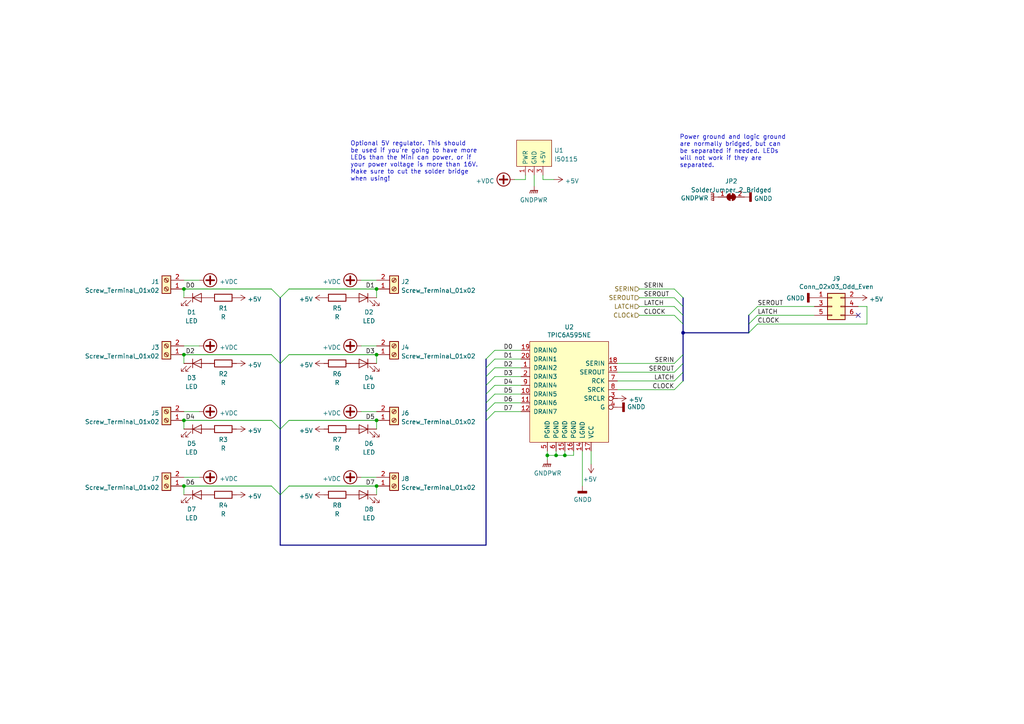
<source format=kicad_sch>
(kicad_sch (version 20211123) (generator eeschema)
  (paper "A4")
  (title_block (title "Power Shift Register - Shift Module") (date "2022-03-15") (rev "0") (company "Science Museum of Minnesota") (comment 1 "Author: Kate Swanson"))
  (lib_symbols
    (symbol "+5V_2" (power) (pin_names (offset 0))
      (property "Value" "+5V_2" (at 0 3.556 0))
      (symbol "+5V_2_0_1"
        (polyline (pts (xy -0.762 1.27) (xy 0 2.54)))
        (polyline (pts (xy 0 0) (xy 0 2.54)))
        (polyline (pts (xy 0 2.54) (xy 0.762 1.27)))
      )
      (symbol "+5V_2_1_1"
        (pin power_in line (at 0 0 90) (length 0) hide (name "+5V") (number "1"))
      )
    )
    (symbol "+5V_3" (power) (pin_names (offset 0))
      (property "Value" "+5V_3" (at 0 3.556 0))
      (symbol "+5V_3_0_1"
        (polyline (pts (xy -0.762 1.27) (xy 0 2.54)))
        (polyline (pts (xy 0 0) (xy 0 2.54)))
        (polyline (pts (xy 0 2.54) (xy 0.762 1.27)))
      )
      (symbol "+5V_3_1_1"
        (pin power_in line (at 0 0 90) (length 0) hide (name "+5V") (number "1"))
      )
    )
    (symbol "+5V_4" (power) (pin_names (offset 0))
      (property "Value" "+5V_4" (at 0 3.556 0))
      (symbol "+5V_4_0_1"
        (polyline (pts (xy -0.762 1.27) (xy 0 2.54)))
        (polyline (pts (xy 0 0) (xy 0 2.54)))
        (polyline (pts (xy 0 2.54) (xy 0.762 1.27)))
      )
      (symbol "+5V_4_1_1"
        (pin power_in line (at 0 0 90) (length 0) hide (name "+5V") (number "1"))
      )
    )
    (symbol "Connector:Screw_Terminal_01x02" (pin_names (offset 1.016) hide)
      (property "Reference" "J" (at 0 2.54 0))
      (property "Value" "Screw_Terminal_01x02" (at 0 -5.08 0))
      (symbol "Screw_Terminal_01x02_1_1"
        (rectangle (start -1.27 1.27) (end 1.27 -3.81) (stroke (width 0.254)) (fill (type background)))
        (circle (center 0 -2.54) (radius 0.635) (stroke (width 0.1524)))
        (polyline (pts (xy -0.5334 -2.2098) (xy 0.3302 -3.048)) (stroke (width 0.1524)))
        (polyline (pts (xy -0.5334 0.3302) (xy 0.3302 -0.508)) (stroke (width 0.1524)))
        (polyline (pts (xy -0.3556 -2.032) (xy 0.508 -2.8702)) (stroke (width 0.1524)))
        (polyline (pts (xy -0.3556 0.508) (xy 0.508 -0.3302)) (stroke (width 0.1524)))
        (circle (center 0 0) (radius 0.635) (stroke (width 0.1524)))
        (pin passive line (at -5.08 0 0) (length 3.81) (name "Pin_1") (number "1"))
        (pin passive line (at -5.08 -2.54 0) (length 3.81) (name "Pin_2") (number "2"))
      )
    )
    (symbol "Connector_Generic:Conn_02x03_Odd_Even" (pin_names (offset 1.016) hide)
      (property "Reference" "J" (at 1.27 5.08 0))
      (property "Value" "Connector_Generic_Conn_02x03_Odd_Even" (at 1.27 -5.08 0))
      (symbol "Conn_02x03_Odd_Even_1_1"
        (rectangle (start -1.27 -2.413) (end 0 -2.667) (stroke (width 0.1524)))
        (rectangle (start -1.27 0.127) (end 0 -0.127) (stroke (width 0.1524)))
        (rectangle (start -1.27 2.667) (end 0 2.413) (stroke (width 0.1524)))
        (rectangle (start -1.27 3.81) (end 3.81 -3.81) (stroke (width 0.254)) (fill (type background)))
        (rectangle (start 3.81 -2.413) (end 2.54 -2.667) (stroke (width 0.1524)))
        (rectangle (start 3.81 0.127) (end 2.54 -0.127) (stroke (width 0.1524)))
        (rectangle (start 3.81 2.667) (end 2.54 2.413) (stroke (width 0.1524)))
        (pin passive line (at -5.08 2.54 0) (length 3.81) (name "Pin_1") (number "1"))
        (pin passive line (at 7.62 2.54 180) (length 3.81) (name "Pin_2") (number "2"))
        (pin passive line (at -5.08 0 0) (length 3.81) (name "Pin_3") (number "3"))
        (pin passive line (at 7.62 0 180) (length 3.81) (name "Pin_4") (number "4"))
        (pin passive line (at -5.08 -2.54 0) (length 3.81) (name "Pin_5") (number "5"))
        (pin passive line (at 7.62 -2.54 180) (length 3.81) (name "Pin_6") (number "6"))
      )
    )
    (symbol "Device:LED" (pin_numbers hide) (pin_names (offset 1.016) hide)
      (property "Reference" "D" (at 0 2.54 0))
      (property "Value" "LED" (at 0 -2.54 0))
      (symbol "LED_0_1"
        (polyline (pts (xy -1.27 -1.27) (xy -1.27 1.27)) (stroke (width 0.2032)))
        (polyline (pts (xy -1.27 0) (xy 1.27 0)))
        (polyline (pts (xy 1.27 -1.27) (xy 1.27 1.27) (xy -1.27 0) (xy 1.27 -1.27)) (stroke (width 0.2032)))
        (polyline (pts (xy -3.048 -0.762) (xy -4.572 -2.286) (xy -3.81 -2.286) (xy -4.572 -2.286) (xy -4.572 -1.524)))
        (polyline (pts (xy -1.778 -0.762) (xy -3.302 -2.286) (xy -2.54 -2.286) (xy -3.302 -2.286) (xy -3.302 -1.524)))
      )
      (symbol "LED_1_1"
        (pin passive line (at -3.81 0 0) (length 2.54) (name "K") (number "1"))
        (pin passive line (at 3.81 0 180) (length 2.54) (name "A") (number "2"))
      )
    )
    (symbol "Device:R" (pin_numbers hide) (pin_names (offset 0))
      (property "Reference" "R" (at 2.032 0 90))
      (property "Value" "R" (at 0 0 90))
      (symbol "R_0_1"
        (rectangle (start -1.016 -2.54) (end 1.016 2.54) (stroke (width 0.254)))
      )
      (symbol "R_1_1"
        (pin passive line (at 0 3.81 270) (length 1.27) (name "~") (number "1"))
        (pin passive line (at 0 -3.81 90) (length 1.27) (name "~") (number "2"))
      )
    )
    (symbol "GNDD_1" (power) (pin_names (offset 0))
      (property "Value" "GNDD_1" (at 0 -3.175 0))
      (symbol "GNDD_1_0_1"
        (rectangle (start -1.27 -1.524) (end 1.27 -2.032) (stroke (width 0.254)) (fill (type outline)))
        (polyline (pts (xy 0 0) (xy 0 -1.524)))
      )
      (symbol "GNDD_1_1_1"
        (pin power_in line (at 0 0 270) (length 0) hide (name "GNDD") (number "1"))
      )
    )
    (symbol "GNDPWR_1" (power) (pin_names (offset 0))
      (property "Value" "GNDPWR_1" (at 0 -3.302 0))
      (symbol "GNDPWR_1_0_1"
        (polyline (pts (xy 0 -1.27) (xy 0 0)))
        (polyline (pts (xy -1.016 -1.27) (xy -1.27 -2.032) (xy -1.27 -2.032)) (stroke (width 0.2032)))
        (polyline (pts (xy -0.508 -1.27) (xy -0.762 -2.032) (xy -0.762 -2.032)) (stroke (width 0.2032)))
        (polyline (pts (xy 0 -1.27) (xy -0.254 -2.032) (xy -0.254 -2.032)) (stroke (width 0.2032)))
        (polyline (pts (xy 0.508 -1.27) (xy 0.254 -2.032) (xy 0.254 -2.032)) (stroke (width 0.2032)))
        (polyline (pts (xy 1.016 -1.27) (xy -1.016 -1.27) (xy -1.016 -1.27)) (stroke (width 0.2032)))
        (polyline (pts (xy 1.016 -1.27) (xy 0.762 -2.032) (xy 0.762 -2.032) (xy 0.762 -2.032)) (stroke (width 0.2032)))
      )
      (symbol "GNDPWR_1_1_1"
        (pin power_in line (at 0 0 270) (length 0) hide (name "GNDPWR") (number "1"))
      )
    )
    (symbol "GNDPWR_2" (power) (pin_names (offset 0))
      (property "Value" "GNDPWR_2" (at 0 -3.302 0))
      (symbol "GNDPWR_2_0_1"
        (polyline (pts (xy 0 -1.27) (xy 0 0)))
        (polyline (pts (xy -1.016 -1.27) (xy -1.27 -2.032) (xy -1.27 -2.032)) (stroke (width 0.2032)))
        (polyline (pts (xy -0.508 -1.27) (xy -0.762 -2.032) (xy -0.762 -2.032)) (stroke (width 0.2032)))
        (polyline (pts (xy 0 -1.27) (xy -0.254 -2.032) (xy -0.254 -2.032)) (stroke (width 0.2032)))
        (polyline (pts (xy 0.508 -1.27) (xy 0.254 -2.032) (xy 0.254 -2.032)) (stroke (width 0.2032)))
        (polyline (pts (xy 1.016 -1.27) (xy -1.016 -1.27) (xy -1.016 -1.27)) (stroke (width 0.2032)))
        (polyline (pts (xy 1.016 -1.27) (xy 0.762 -2.032) (xy 0.762 -2.032) (xy 0.762 -2.032)) (stroke (width 0.2032)))
      )
      (symbol "GNDPWR_2_1_1"
        (pin power_in line (at 0 0 270) (length 0) hide (name "GNDPWR") (number "1"))
      )
    )
    (symbol "Jumper:SolderJumper_2_Bridged" (pin_names (offset 0) hide)
      (property "Reference" "JP" (at 0 2.032 0))
      (property "Value" "SolderJumper_2_Bridged" (at 0 -2.54 0))
      (symbol "SolderJumper_2_Bridged_0_1"
        (rectangle (start -0.508 0.508) (end 0.508 -0.508) (fill (type outline)))
        (arc (start -0.254 1.016) (mid -1.27 0) (end -0.254 -1.016))
        (arc (start -0.254 1.016) (mid -1.27 0) (end -0.254 -1.016) (fill (type outline)))
        (polyline (pts (xy -0.254 1.016) (xy -0.254 -1.016)))
        (polyline (pts (xy 0.254 1.016) (xy 0.254 -1.016)))
        (arc (start 0.254 -1.016) (mid 1.27 0) (end 0.254 1.016))
        (arc (start 0.254 -1.016) (mid 1.27 0) (end 0.254 1.016) (fill (type outline)))
      )
      (symbol "SolderJumper_2_Bridged_1_1"
        (pin passive line (at -3.81 0 0) (length 2.54) (name "A") (number "1"))
        (pin passive line (at 3.81 0 180) (length 2.54) (name "B") (number "2"))
      )
    )
    (symbol "SMM:I50115"
      (property "Reference" "U" (at 0 0 0))
      (property "Value" "I50115" (at 0 -2.54 0))
      (symbol "I50115_0_1"
        (rectangle (start -5.08 -1.27) (end 5.08 -8.89) (stroke (width 0.1524)) (fill (type background)))
      )
      (symbol "I50115_1_1"
        (pin power_in line (at -2.54 -11.43 90) (length 2.54) (name "PWR") (number "1"))
        (pin unspecified line (at 0 -11.43 90) (length 2.54) (name "GND") (number "2"))
        (pin power_out line (at 2.54 -11.43 90) (length 2.54) (name "+5V") (number "3"))
      )
    )
    (symbol "power-shift-register:TPIC6A595NE" (pin_names (offset 1.016))
      (property "Reference" "U" (at 0 0 0))
      (property "Value" "TPIC6A595NE" (at 0 -12.7 90))
      (symbol "TPIC6A595NE_0_1"
        (rectangle (start -11.43 -1.27) (end 11.43 -30.48) (fill (type background)))
      )
      (symbol "TPIC6A595NE_1_1"
        (pin open_collector line (at -13.97 -8.89 0) (length 2.54) (name "DRAIN2") (number "1"))
        (pin open_collector line (at -13.97 -16.51 0) (length 2.54) (name "DRAIN5") (number "10"))
        (pin open_collector line (at -13.97 -19.05 0) (length 2.54) (name "DRAIN6") (number "11"))
        (pin open_collector line (at -13.97 -21.59 0) (length 2.54) (name "DRAIN7") (number "12"))
        (pin output line (at 13.97 -10.16 180) (length 2.54) (name "SEROUT") (number "13"))
        (pin power_in line (at 3.81 -33.02 90) (length 2.54) (name "LGND") (number "14"))
        (pin power_in line (at -1.27 -33.02 90) (length 2.54) (name "PGND") (number "15"))
        (pin power_in line (at 1.27 -33.02 90) (length 2.54) (name "PGND") (number "16"))
        (pin power_in line (at 6.35 -33.02 90) (length 2.54) (name "VCC") (number "17"))
        (pin input line (at 13.97 -7.62 180) (length 2.54) (name "SERIN") (number "18"))
        (pin open_collector line (at -13.97 -3.81 0) (length 2.54) (name "DRAIN0") (number "19"))
        (pin open_collector line (at -13.97 -11.43 0) (length 2.54) (name "DRAIN3") (number "2"))
        (pin open_collector line (at -13.97 -6.35 0) (length 2.54) (name "DRAIN1") (number "20"))
        (pin input inverted (at 13.97 -17.78 180) (length 2.54) (name "SRCLR") (number "3"))
        (pin input inverted (at 13.97 -20.32 180) (length 2.54) (name "G") (number "4"))
        (pin power_in line (at -6.35 -33.02 90) (length 2.54) (name "PGND") (number "5"))
        (pin power_in line (at -3.81 -33.02 90) (length 2.54) (name "PGND") (number "6"))
        (pin input line (at 13.97 -12.7 180) (length 2.54) (name "RCK") (number "7"))
        (pin input line (at 13.97 -15.24 180) (length 2.54) (name "SRCK") (number "8"))
        (pin open_collector line (at -13.97 -13.97 0) (length 2.54) (name "DRAIN4") (number "9"))
      )
    )
    (symbol "power:+5V" (power) (pin_names (offset 0))
      (property "Value" "power_+5V" (at 0 3.556 0))
      (symbol "+5V_0_1"
        (polyline (pts (xy -0.762 1.27) (xy 0 2.54)))
        (polyline (pts (xy 0 0) (xy 0 2.54)))
        (polyline (pts (xy 0 2.54) (xy 0.762 1.27)))
      )
      (symbol "+5V_1_1"
        (pin power_in line (at 0 0 90) (length 0) hide (name "+5V") (number "1"))
      )
    )
    (symbol "power:+VDC" (power) (pin_names (offset 0))
      (property "Value" "+VDC" (at 0 6.35 0))
      (symbol "+VDC_0_1"
        (polyline (pts (xy -1.143 3.175) (xy 1.143 3.175)) (stroke (width 0.508)))
        (polyline (pts (xy 0 0) (xy 0 1.27)))
        (polyline (pts (xy 0 2.032) (xy 0 4.318)) (stroke (width 0.508)))
        (circle (center 0 3.175) (radius 1.905) (stroke (width 0.254)))
      )
      (symbol "+VDC_1_1"
        (pin power_in line (at 0 0 90) (length 0) hide (name "+VDC") (number "1"))
      )
    )
    (symbol "power:GNDD" (power) (pin_names (offset 0))
      (property "Value" "power_GNDD" (at 0 -3.175 0))
      (symbol "GNDD_0_1"
        (rectangle (start -1.27 -1.524) (end 1.27 -2.032) (stroke (width 0.254)) (fill (type outline)))
        (polyline (pts (xy 0 0) (xy 0 -1.524)))
      )
      (symbol "GNDD_1_1"
        (pin power_in line (at 0 0 270) (length 0) hide (name "GNDD") (number "1"))
      )
    )
    (symbol "power:GNDPWR" (power) (pin_names (offset 0))
      (property "Value" "power_GNDPWR" (at 0 -3.302 0))
      (symbol "GNDPWR_0_1"
        (polyline (pts (xy 0 -1.27) (xy 0 0)))
        (polyline (pts (xy -1.016 -1.27) (xy -1.27 -2.032) (xy -1.27 -2.032)) (stroke (width 0.2032)))
        (polyline (pts (xy -0.508 -1.27) (xy -0.762 -2.032) (xy -0.762 -2.032)) (stroke (width 0.2032)))
        (polyline (pts (xy 0 -1.27) (xy -0.254 -2.032) (xy -0.254 -2.032)) (stroke (width 0.2032)))
        (polyline (pts (xy 0.508 -1.27) (xy 0.254 -2.032) (xy 0.254 -2.032)) (stroke (width 0.2032)))
        (polyline (pts (xy 1.016 -1.27) (xy -1.016 -1.27) (xy -1.016 -1.27)) (stroke (width 0.2032)))
        (polyline (pts (xy 1.016 -1.27) (xy 0.762 -2.032) (xy 0.762 -2.032) (xy 0.762 -2.032)) (stroke (width 0.2032)))
      )
      (symbol "GNDPWR_1_1"
        (pin power_in line (at 0 0 270) (length 0) hide (name "GNDPWR") (number "1"))
      )
    )
  )
  (junction (at 161.29 132.08))
  (junction (at 163.83 132.08))
  (junction (at 109.22 121.92))
  (junction (at 198.12 96.52))
  (junction (at 109.22 140.97))
  (junction (at 158.75 132.08))
  (junction (at 53.34 140.97))
  (junction (at 53.34 102.87))
  (junction (at 109.22 83.82))
  (junction (at 109.22 102.87))
  (junction (at 53.34 83.82))
  (junction (at 53.34 121.92))
  (no_connect (at 248.92 91.44))
  (bus_entry (at 83.82 140.97) (size -2.54 2.54))
  (bus_entry (at 83.82 83.82) (size -2.54 2.54))
  (bus_entry (at 143.51 114.3) (size -2.54 2.54))
  (bus_entry (at 78.74 121.92) (size 2.54 2.54))
  (bus_entry (at 195.58 83.82) (size 2.54 2.54))
  (bus_entry (at 195.58 113.03) (size 2.54 -2.54))
  (bus_entry (at 83.82 121.92) (size -2.54 2.54))
  (bus_entry (at 195.58 86.36) (size 2.54 2.54))
  (bus_entry (at 83.82 102.87) (size -2.54 2.54))
  (bus_entry (at 78.74 83.82) (size 2.54 2.54))
  (bus_entry (at 78.74 140.97) (size 2.54 2.54))
  (bus_entry (at 143.51 119.38) (size -2.54 2.54))
  (bus_entry (at 219.71 88.9) (size -2.54 2.54))
  (bus_entry (at 78.74 102.87) (size 2.54 2.54))
  (bus_entry (at 219.71 91.44) (size -2.54 2.54))
  (bus_entry (at 143.51 101.6) (size -2.54 2.54))
  (bus_entry (at 195.58 110.49) (size 2.54 -2.54))
  (bus_entry (at 195.58 91.44) (size 2.54 2.54))
  (bus_entry (at 219.71 93.98) (size -2.54 2.54))
  (bus_entry (at 195.58 88.9) (size 2.54 2.54))
  (bus_entry (at 195.58 107.95) (size 2.54 -2.54))
  (bus_entry (at 195.58 105.41) (size 2.54 -2.54))
  (bus_entry (at 143.51 111.76) (size -2.54 2.54))
  (bus_entry (at 143.51 106.68) (size -2.54 2.54))
  (bus_entry (at 143.51 109.22) (size -2.54 2.54))
  (bus_entry (at 143.51 116.84) (size -2.54 2.54))
  (bus_entry (at 143.51 104.14) (size -2.54 2.54))
  (wire (pts (xy 251.46 88.9) (xy 251.46 93.98)))
  (bus (pts (xy 140.97 121.92) (xy 140.97 158.115)))
  (wire (pts (xy 104.775 138.43) (xy 109.22 138.43)))
  (wire (pts (xy 78.74 83.82) (xy 53.34 83.82)) (stroke (width 0.2032)))
  (wire (pts (xy 248.92 88.9) (xy 251.46 88.9)))
  (bus (pts (xy 81.28 105.41) (xy 81.28 124.46)))
  (bus (pts (xy 81.28 158.115) (xy 81.28 143.51)))
  (wire (pts (xy 143.51 114.3) (xy 151.13 114.3)))
  (bus (pts (xy 198.12 102.87) (xy 198.12 105.41)))
  (wire (pts (xy 195.58 105.41) (xy 179.07 105.41)))
  (wire (pts (xy 57.785 119.38) (xy 53.34 119.38)))
  (wire (pts (xy 109.22 140.97) (xy 109.22 143.51)))
  (wire (pts (xy 53.34 121.92) (xy 53.34 124.46)))
  (wire (pts (xy 219.71 88.9) (xy 236.22 88.9)))
  (wire (pts (xy 53.34 83.82) (xy 53.34 86.36)))
  (wire (pts (xy 166.37 132.08) (xy 166.37 130.81)))
  (wire (pts (xy 104.775 81.28) (xy 109.22 81.28)))
  (bus (pts (xy 217.17 91.44) (xy 217.17 93.98)))
  (wire (pts (xy 219.71 93.98) (xy 251.46 93.98)))
  (bus (pts (xy 198.12 107.95) (xy 198.12 110.49)))
  (wire (pts (xy 154.94 53.975) (xy 154.94 50.8)))
  (wire (pts (xy 104.775 100.33) (xy 109.22 100.33)))
  (bus (pts (xy 198.12 105.41) (xy 198.12 107.95)))
  (wire (pts (xy 179.07 113.03) (xy 195.58 113.03)))
  (wire (pts (xy 158.75 132.08) (xy 158.75 130.81)))
  (bus (pts (xy 140.97 104.14) (xy 140.97 106.68)))
  (bus (pts (xy 140.97 109.22) (xy 140.97 111.76)))
  (wire (pts (xy 143.51 116.84) (xy 151.13 116.84)))
  (bus (pts (xy 140.97 106.68) (xy 140.97 109.22)))
  (wire (pts (xy 185.42 91.44) (xy 195.58 91.44)))
  (wire (pts (xy 161.29 132.08) (xy 163.83 132.08)))
  (bus (pts (xy 198.12 86.36) (xy 198.12 88.9)))
  (wire (pts (xy 78.74 121.92) (xy 53.34 121.92)) (stroke (width 0.2032)))
  (wire (pts (xy 160.655 52.07) (xy 157.48 52.07)))
  (wire (pts (xy 163.83 132.08) (xy 163.83 130.81)))
  (wire (pts (xy 109.22 83.82) (xy 109.22 86.36)))
  (wire (pts (xy 157.48 52.07) (xy 157.48 50.8)))
  (wire (pts (xy 78.74 102.87) (xy 53.34 102.87)) (stroke (width 0.2032)))
  (wire (pts (xy 149.225 52.07) (xy 152.4 52.07)))
  (wire (pts (xy 83.82 83.82) (xy 109.22 83.82)) (stroke (width 0.2032)))
  (bus (pts (xy 140.97 116.84) (xy 140.97 119.38)))
  (wire (pts (xy 152.4 52.07) (xy 152.4 50.8)))
  (wire (pts (xy 83.82 121.92) (xy 109.22 121.92)) (stroke (width 0.2032)))
  (wire (pts (xy 143.51 111.76) (xy 151.13 111.76)))
  (wire (pts (xy 185.42 88.9) (xy 195.58 88.9)))
  (wire (pts (xy 143.51 104.14) (xy 151.13 104.14)))
  (wire (pts (xy 143.51 109.22) (xy 151.13 109.22)))
  (bus (pts (xy 140.97 111.76) (xy 140.97 114.3)))
  (wire (pts (xy 161.29 132.08) (xy 161.29 130.81)))
  (wire (pts (xy 53.34 140.97) (xy 53.34 143.51)))
  (wire (pts (xy 185.42 83.82) (xy 195.58 83.82)))
  (bus (pts (xy 198.12 91.44) (xy 198.12 93.98)))
  (wire (pts (xy 109.22 121.92) (xy 109.22 124.46)))
  (wire (pts (xy 78.74 140.97) (xy 53.34 140.97)) (stroke (width 0.2032)))
  (bus (pts (xy 140.97 119.38) (xy 140.97 121.92)))
  (bus (pts (xy 81.28 124.46) (xy 81.28 143.51)))
  (bus (pts (xy 140.97 158.115) (xy 81.28 158.115)))
  (wire (pts (xy 143.51 119.38) (xy 151.13 119.38)))
  (wire (pts (xy 143.51 101.6) (xy 151.13 101.6)))
  (wire (pts (xy 109.22 102.87) (xy 109.22 105.41)))
  (wire (pts (xy 158.75 132.08) (xy 158.75 133.35)))
  (wire (pts (xy 158.75 132.08) (xy 161.29 132.08)))
  (wire (pts (xy 57.785 81.28) (xy 53.34 81.28)))
  (wire (pts (xy 57.785 100.33) (xy 53.34 100.33)))
  (bus (pts (xy 217.17 93.98) (xy 217.17 96.52)))
  (wire (pts (xy 57.785 138.43) (xy 53.34 138.43)))
  (bus (pts (xy 198.12 96.52) (xy 217.17 96.52)))
  (wire (pts (xy 171.45 130.81) (xy 171.45 134.62)))
  (wire (pts (xy 83.82 102.87) (xy 109.22 102.87)) (stroke (width 0.2032)))
  (wire (pts (xy 168.91 130.81) (xy 168.91 140.97)))
  (wire (pts (xy 83.82 140.97) (xy 109.22 140.97)) (stroke (width 0.2032)))
  (wire (pts (xy 163.83 132.08) (xy 166.37 132.08)))
  (wire (pts (xy 219.71 91.44) (xy 236.22 91.44)))
  (wire (pts (xy 185.42 86.36) (xy 195.58 86.36)))
  (wire (pts (xy 143.51 106.68) (xy 151.13 106.68)))
  (wire (pts (xy 53.34 102.87) (xy 53.34 105.41)))
  (wire (pts (xy 195.58 110.49) (xy 179.07 110.49)))
  (bus (pts (xy 81.28 86.36) (xy 81.28 105.41)))
  (wire (pts (xy 104.775 119.38) (xy 109.22 119.38)))
  (wire (pts (xy 195.58 107.95) (xy 179.07 107.95)))
  (bus (pts (xy 198.12 96.52) (xy 198.12 102.87)))
  (bus (pts (xy 140.97 114.3) (xy 140.97 116.84)))
  (bus (pts (xy 198.12 88.9) (xy 198.12 91.44)))
  (bus (pts (xy 198.12 93.98) (xy 198.12 96.52)))
  (text "Power ground and logic ground \nare normally bridged, but can \nbe separated if needed. LEDs \nwill not work if they are \nseparated." (at 197.104 48.768 0) (effects (font (size 1.27 1.27)) (justify left bottom)))
  (text "Optional 5V regulator. This should\nbe used if you're going to have more\nLEDs than the Mini can power, or if\nyour power voltage is more than 16V.\nMake sure to cut the solder bridge\nwhen using!" (at 101.6 52.705 0) (effects (font (size 1.27 1.27)) (justify left bottom)))
  (label "D2" (at 56.515 102.87 180))
  (label "SERIN" (at 195.58 105.41 180))
  (label "SEROUT" (at 219.71 88.9 0))
  (label "LATCH" (at 195.58 110.49 180))
  (label "SERIN" (at 186.69 83.82 0))
  (label "D0" (at 146.05 101.6 0))
  (label "D3" (at 146.05 109.22 0))
  (label "D7" (at 106.045 140.97 0))
  (label "CLOCK" (at 186.69 91.44 0))
  (label "D6" (at 56.515 140.97 180))
  (label "LATCH" (at 219.71 91.44 0))
  (label "D2" (at 146.05 106.68 0))
  (label "D4" (at 56.515 121.92 180))
  (label "D6" (at 146.05 116.84 0))
  (label "D5" (at 106.045 121.92 0))
  (label "D5" (at 146.05 114.3 0))
  (label "D4" (at 146.05 111.76 0))
  (label "D7" (at 146.05 119.38 0))
  (label "SEROUT" (at 186.69 86.36 0))
  (label "CLOCK" (at 195.58 113.03 180))
  (label "D1" (at 146.05 104.14 0))
  (label "D1" (at 106.045 83.82 0))
  (label "D0" (at 56.515 83.82 180))
  (label "CLOCK" (at 219.71 93.98 0))
  (label "LATCH" (at 186.69 88.9 0))
  (label "D3" (at 106.045 102.87 0))
  (label "SEROUT" (at 195.58 107.95 180))
  (hierarchical_label "CLOCk" (shape input) (at 185.42 91.44 180))
  (hierarchical_label "LATCH" (shape input) (at 185.42 88.9 180))
  (hierarchical_label "SEROUT" (shape input) (at 185.42 86.36 180))
  (hierarchical_label "SERIN" (shape input) (at 185.42 83.82 180))
  (symbol (lib_id "power-shift-register:TPIC6A595NE") (at 165.1 97.79 0) (unit 1)
    (property "Reference" "U2" (at 165.1 94.869 0))
    (property "Value" "TPIC6A595NE" (at 165.1 97.1804 0))
    (property "Footprint" "Package_DIP:DIP-20_W7.62mm_Socket" (effects hide))
  )
  (symbol (lib_id "Connector_Generic:Conn_02x03_Odd_Even") (at 241.3 88.9 0) (unit 1)
    (property "Reference" "J9" (at 242.57 80.8482 0))
    (property "Value" "Conn_02x03_Odd_Even" (at 242.57 83.1596 0))
    (property "Footprint" "Connector_IDC:IDC-Header_2x03_P2.54mm_Vertical" (effects hide))
  )
  (symbol (lib_id "power:GNDD") (at 236.22 86.36 270) (unit 1)
    (property "Reference" "#PWR029" (effects hide))
    (property "Value" "GNDD" (at 233.426 86.4616 90) (effects (justify right)))
  )
  (symbol (lib_id "power:GNDPWR") (at 158.75 133.35 0) (unit 1)
    (property "Reference" "#PWR022" (effects hide))
    (property "Value" "GNDPWR" (at 158.8516 137.2616 0))
  )
  (symbol (lib_id "power:GNDD") (at 168.91 140.97 0) (unit 1)
    (property "Reference" "#PWR024" (effects hide))
    (property "Value" "GNDD" (at 169.0116 144.907 0))
  )
  (symbol (lib_id "power:+5V") (at 171.45 134.62 180) (unit 1)
    (property "Reference" "#PWR025" (effects hide))
    (property "Value" "+5V" (at 171.069 139.0142 0))
  )
  (symbol (lib_id "power:+5V") (at 179.07 115.57 270) (unit 1)
    (property "Reference" "#PWR026" (effects hide))
    (property "Value" "+5V" (at 182.3212 115.951 90) (effects (justify left)))
  )
  (symbol (lib_id "power:GNDD") (at 179.07 118.11 90) (unit 1)
    (property "Reference" "#PWR027" (effects hide))
    (property "Value" "GNDD" (at 181.864 118.0084 90) (effects (justify right)))
  )
  (symbol (lib_name "+5V_4") (lib_id "power:+5V") (at 248.92 86.36 270) (unit 1)
    (property "Reference" "#PWR017" (effects hide))
    (property "Value" "+5V" (at 252.095 86.7938 90) (effects (justify left)))
  )
  (symbol (lib_id "Device:LED") (at 105.41 143.51 0) (mirror y) (unit 1)
    (property "Reference" "D8" (at 107.0102 147.6994 0))
    (property "Value" "LED" (at 107.0102 150.2363 0))
    (property "Footprint" "LED_THT:LED_D3.0mm" (effects hide))
  )
  (symbol (lib_id "Device:R") (at 64.77 86.36 90) (unit 1)
    (property "Reference" "R1" (at 64.77 89.4064 90))
    (property "Value" "R" (at 64.77 91.9433 90))
  )
  (symbol (lib_id "Connector:Screw_Terminal_01x02") (at 48.26 140.97 180) (unit 1)
    (property "Reference" "J7" (at 46.228 138.8653 0) (effects (justify left)))
    (property "Value" "Screw_Terminal_01x02" (at 46.228 141.4022 0) (effects (justify left)))
    (property "Footprint" "TerminalBlock:TerminalBlock_bornier-2_P5.08mm" (effects hide))
  )
  (symbol (lib_id "Connector:Screw_Terminal_01x02") (at 114.3 121.92 0) (mirror x) (unit 1)
    (property "Reference" "J6" (at 116.332 119.8153 0) (effects (justify left)))
    (property "Value" "Screw_Terminal_01x02" (at 116.332 122.3522 0) (effects (justify left)))
    (property "Footprint" "TerminalBlock:TerminalBlock_bornier-2_P5.08mm" (effects hide))
  )
  (symbol (lib_id "power:+VDC") (at 149.225 52.07 90) (unit 1)
    (property "Reference" "#PWR018" (effects hide))
    (property "Value" "+VDC" (at 143.383 52.5038 90) (effects (justify left)))
  )
  (symbol (lib_id "Device:LED") (at 105.41 105.41 0) (mirror y) (unit 1)
    (property "Reference" "D4" (at 107.0102 109.5994 0))
    (property "Value" "LED" (at 107.0102 112.1363 0))
    (property "Footprint" "LED_THT:LED_D3.0mm" (effects hide))
  )
  (symbol (lib_id "power:+VDC") (at 57.785 119.38 270) (unit 1)
    (property "Reference" "#PWR03" (effects hide))
    (property "Value" "+VDC" (at 63.627 119.8138 90) (effects (justify left)))
  )
  (symbol (lib_name "GNDD_1") (lib_id "power:GNDD") (at 215.9 57.15 90) (unit 1)
    (property "Reference" "#PWR030" (effects hide))
    (property "Value" "GNDD" (at 218.694 57.5838 90) (effects (justify right)))
  )
  (symbol (lib_id "power:+VDC") (at 57.785 81.28 270) (unit 1)
    (property "Reference" "#PWR01" (effects hide))
    (property "Value" "+VDC" (at 63.627 81.7138 90) (effects (justify left)))
  )
  (symbol (lib_id "power:+VDC") (at 104.775 100.33 90) (mirror x) (unit 1)
    (property "Reference" "#PWR014" (effects hide))
    (property "Value" "+VDC" (at 98.933 100.7638 90) (effects (justify left)))
  )
  (symbol (lib_name "+5V_3") (lib_id "power:+5V") (at 68.58 124.46 270) (unit 1)
    (property "Reference" "#PWR07" (effects hide))
    (property "Value" "+5V" (at 71.755 124.8938 90) (effects (justify left)))
  )
  (symbol (lib_name "+5V_3") (lib_id "power:+5V") (at 93.98 86.36 90) (mirror x) (unit 1)
    (property "Reference" "#PWR09" (effects hide))
    (property "Value" "+5V" (at 90.805 86.7938 90) (effects (justify left)))
  )
  (symbol (lib_id "Connector:Screw_Terminal_01x02") (at 114.3 140.97 0) (mirror x) (unit 1)
    (property "Reference" "J8" (at 116.332 138.8653 0) (effects (justify left)))
    (property "Value" "Screw_Terminal_01x02" (at 116.332 141.4022 0) (effects (justify left)))
    (property "Footprint" "TerminalBlock:TerminalBlock_bornier-2_P5.08mm" (effects hide))
  )
  (symbol (lib_id "Device:R") (at 97.79 86.36 270) (mirror x) (unit 1)
    (property "Reference" "R5" (at 97.79 89.4064 90))
    (property "Value" "R" (at 97.79 91.9433 90))
  )
  (symbol (lib_id "power:+VDC") (at 104.775 81.28 90) (mirror x) (unit 1)
    (property "Reference" "#PWR013" (effects hide))
    (property "Value" "+VDC" (at 98.933 81.7138 90) (effects (justify left)))
  )
  (symbol (lib_id "Device:LED") (at 57.15 86.36 0) (unit 1)
    (property "Reference" "D1" (at 55.5498 90.5494 0))
    (property "Value" "LED" (at 55.5498 93.0863 0))
    (property "Footprint" "LED_THT:LED_D3.0mm" (effects hide))
  )
  (symbol (lib_name "GNDPWR_2") (lib_id "power:GNDPWR") (at 154.94 53.975 0) (unit 1)
    (property "Reference" "#PWR019" (effects hide))
    (property "Value" "GNDPWR" (at 154.813 58.012 0))
  )
  (symbol (lib_id "SMM:I50115") (at 154.94 39.37 0) (unit 1)
    (property "Reference" "U1" (at 160.7312 43.6153 0) (effects (justify left)))
    (property "Value" "I50115" (at 160.7312 46.1522 0) (effects (justify left)))
    (property "Footprint" "SMM:I50115" (effects hide))
  )
  (symbol (lib_id "Device:R") (at 97.79 124.46 270) (mirror x) (unit 1)
    (property "Reference" "R7" (at 97.79 127.5064 90))
    (property "Value" "R" (at 97.79 130.0433 90))
  )
  (symbol (lib_id "power:+VDC") (at 104.775 138.43 90) (mirror x) (unit 1)
    (property "Reference" "#PWR016" (effects hide))
    (property "Value" "+VDC" (at 98.933 138.8638 90) (effects (justify left)))
  )
  (symbol (lib_id "power:+VDC") (at 57.785 138.43 270) (unit 1)
    (property "Reference" "#PWR04" (effects hide))
    (property "Value" "+VDC" (at 63.627 138.8638 90) (effects (justify left)))
  )
  (symbol (lib_id "Device:R") (at 97.79 105.41 270) (mirror x) (unit 1)
    (property "Reference" "R6" (at 97.79 108.4564 90))
    (property "Value" "R" (at 97.79 110.9933 90))
  )
  (symbol (lib_name "+5V_3") (lib_id "power:+5V") (at 93.98 105.41 90) (mirror x) (unit 1)
    (property "Reference" "#PWR010" (effects hide))
    (property "Value" "+5V" (at 90.805 105.8438 90) (effects (justify left)))
  )
  (symbol (lib_id "Device:R") (at 64.77 124.46 90) (unit 1)
    (property "Reference" "R3" (at 64.77 127.5064 90))
    (property "Value" "R" (at 64.77 130.0433 90))
  )
  (symbol (lib_id "Device:LED") (at 57.15 124.46 0) (unit 1)
    (property "Reference" "D5" (at 55.5498 128.6494 0))
    (property "Value" "LED" (at 55.5498 131.1863 0))
    (property "Footprint" "LED_THT:LED_D3.0mm" (effects hide))
  )
  (symbol (lib_id "Connector:Screw_Terminal_01x02") (at 114.3 83.82 0) (mirror x) (unit 1)
    (property "Reference" "J2" (at 116.332 81.7153 0) (effects (justify left)))
    (property "Value" "Screw_Terminal_01x02" (at 116.332 84.2522 0) (effects (justify left)))
    (property "Footprint" "TerminalBlock:TerminalBlock_bornier-2_P5.08mm" (effects hide))
  )
  (symbol (lib_id "Connector:Screw_Terminal_01x02") (at 48.26 102.87 180) (unit 1)
    (property "Reference" "J3" (at 46.228 100.7653 0) (effects (justify left)))
    (property "Value" "Screw_Terminal_01x02" (at 46.228 103.3022 0) (effects (justify left)))
    (property "Footprint" "TerminalBlock:TerminalBlock_bornier-2_P5.08mm" (effects hide))
  )
  (symbol (lib_name "+5V_3") (lib_id "power:+5V") (at 93.98 143.51 90) (mirror x) (unit 1)
    (property "Reference" "#PWR012" (effects hide))
    (property "Value" "+5V" (at 90.805 143.9438 90) (effects (justify left)))
  )
  (symbol (lib_id "Jumper:SolderJumper_2_Bridged") (at 212.09 57.15 0) (unit 1)
    (property "Reference" "JP2" (at 212.09 52.5612 0))
    (property "Value" "SolderJumper_2_Bridged" (at 212.09 55.0981 0))
    (property "Footprint" "Jumper:SolderJumper-2_P1.3mm_Bridged_RoundedPad1.0x1.5mm" (effects hide))
  )
  (symbol (lib_id "Device:R") (at 64.77 105.41 90) (unit 1)
    (property "Reference" "R2" (at 64.77 108.4564 90))
    (property "Value" "R" (at 64.77 110.9933 90))
  )
  (symbol (lib_name "+5V_3") (lib_id "power:+5V") (at 93.98 124.46 90) (mirror x) (unit 1)
    (property "Reference" "#PWR011" (effects hide))
    (property "Value" "+5V" (at 90.805 124.8938 90) (effects (justify left)))
  )
  (symbol (lib_id "Device:LED") (at 105.41 86.36 0) (mirror y) (unit 1)
    (property "Reference" "D2" (at 107.0102 90.5494 0))
    (property "Value" "LED" (at 107.0102 93.0863 0))
    (property "Footprint" "LED_THT:LED_D3.0mm" (effects hide))
  )
  (symbol (lib_id "Connector:Screw_Terminal_01x02") (at 114.3 102.87 0) (mirror x) (unit 1)
    (property "Reference" "J4" (at 116.332 100.7653 0) (effects (justify left)))
    (property "Value" "Screw_Terminal_01x02" (at 116.332 103.3022 0) (effects (justify left)))
    (property "Footprint" "TerminalBlock:TerminalBlock_bornier-2_P5.08mm" (effects hide))
  )
  (symbol (lib_id "Device:LED") (at 57.15 105.41 0) (unit 1)
    (property "Reference" "D3" (at 55.5498 109.5994 0))
    (property "Value" "LED" (at 55.5498 112.1363 0))
    (property "Footprint" "LED_THT:LED_D3.0mm" (effects hide))
  )
  (symbol (lib_name "GNDPWR_1") (lib_id "power:GNDPWR") (at 208.28 57.15 270) (unit 1)
    (property "Reference" "#PWR028" (effects hide))
    (property "Value" "GNDPWR" (at 205.5115 57.4568 90) (effects (justify right)))
  )
  (symbol (lib_name "+5V_2") (lib_id "power:+5V") (at 160.655 52.07 270) (unit 1)
    (property "Reference" "#PWR020" (effects hide))
    (property "Value" "+5V" (at 163.83 52.5038 90) (effects (justify left)))
  )
  (symbol (lib_name "+5V_3") (lib_id "power:+5V") (at 68.58 86.36 270) (unit 1)
    (property "Reference" "#PWR05" (effects hide))
    (property "Value" "+5V" (at 71.755 86.7938 90) (effects (justify left)))
  )
  (symbol (lib_name "+5V_3") (lib_id "power:+5V") (at 68.58 143.51 270) (unit 1)
    (property "Reference" "#PWR08" (effects hide))
    (property "Value" "+5V" (at 71.755 143.9438 90) (effects (justify left)))
  )
  (symbol (lib_id "Device:R") (at 97.79 143.51 270) (mirror x) (unit 1)
    (property "Reference" "R8" (at 97.79 146.5564 90))
    (property "Value" "R" (at 97.79 149.0933 90))
  )
  (symbol (lib_id "Device:LED") (at 105.41 124.46 0) (mirror y) (unit 1)
    (property "Reference" "D6" (at 107.0102 128.6494 0))
    (property "Value" "LED" (at 107.0102 131.1863 0))
    (property "Footprint" "LED_THT:LED_D3.0mm" (effects hide))
  )
  (symbol (lib_id "Device:R") (at 64.77 143.51 90) (unit 1)
    (property "Reference" "R4" (at 64.77 146.5564 90))
    (property "Value" "R" (at 64.77 149.0933 90))
  )
  (symbol (lib_id "Device:LED") (at 57.15 143.51 0) (unit 1)
    (property "Reference" "D7" (at 55.5498 147.6994 0))
    (property "Value" "LED" (at 55.5498 150.2363 0))
    (property "Footprint" "LED_THT:LED_D3.0mm" (effects hide))
  )
  (symbol (lib_id "Connector:Screw_Terminal_01x02") (at 48.26 83.82 180) (unit 1)
    (property "Reference" "J1" (at 46.228 81.7153 0) (effects (justify left)))
    (property "Value" "Screw_Terminal_01x02" (at 46.228 84.2522 0) (effects (justify left)))
    (property "Footprint" "TerminalBlock:TerminalBlock_bornier-2_P5.08mm" (effects hide))
  )
  (symbol (lib_id "power:+VDC") (at 57.785 100.33 270) (unit 1)
    (property "Reference" "#PWR02" (effects hide))
    (property "Value" "+VDC" (at 63.627 100.7638 90) (effects (justify left)))
  )
  (symbol (lib_id "power:+VDC") (at 104.775 119.38 90) (mirror x) (unit 1)
    (property "Reference" "#PWR015" (effects hide))
    (property "Value" "+VDC" (at 98.933 119.8138 90) (effects (justify left)))
  )
  (symbol (lib_id "Connector:Screw_Terminal_01x02") (at 48.26 121.92 180) (unit 1)
    (property "Reference" "J5" (at 46.228 119.8153 0) (effects (justify left)))
    (property "Value" "Screw_Terminal_01x02" (at 46.228 122.3522 0) (effects (justify left)))
    (property "Footprint" "TerminalBlock:TerminalBlock_bornier-2_P5.08mm" (effects hide))
  )
  (symbol (lib_name "+5V_3") (lib_id "power:+5V") (at 68.58 105.41 270) (unit 1)
    (property "Reference" "#PWR06" (effects hide))
    (property "Value" "+5V" (at 71.755 105.8438 90) (effects (justify left)))
  )
)
</source>
